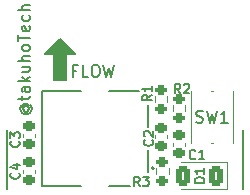
<source format=gto>
G04 #@! TF.GenerationSoftware,KiCad,Pcbnew,(6.0.9)*
G04 #@! TF.CreationDate,2023-04-01T11:22:45+09:00*
G04 #@! TF.ProjectId,MainBoard,4d61696e-426f-4617-9264-2e6b69636164,rev?*
G04 #@! TF.SameCoordinates,Original*
G04 #@! TF.FileFunction,Legend,Top*
G04 #@! TF.FilePolarity,Positive*
%FSLAX46Y46*%
G04 Gerber Fmt 4.6, Leading zero omitted, Abs format (unit mm)*
G04 Created by KiCad (PCBNEW (6.0.9)) date 2023-04-01 11:22:45*
%MOMM*%
%LPD*%
G01*
G04 APERTURE LIST*
G04 Aperture macros list*
%AMRoundRect*
0 Rectangle with rounded corners*
0 $1 Rounding radius*
0 $2 $3 $4 $5 $6 $7 $8 $9 X,Y pos of 4 corners*
0 Add a 4 corners polygon primitive as box body*
4,1,4,$2,$3,$4,$5,$6,$7,$8,$9,$2,$3,0*
0 Add four circle primitives for the rounded corners*
1,1,$1+$1,$2,$3*
1,1,$1+$1,$4,$5*
1,1,$1+$1,$6,$7*
1,1,$1+$1,$8,$9*
0 Add four rect primitives between the rounded corners*
20,1,$1+$1,$2,$3,$4,$5,0*
20,1,$1+$1,$4,$5,$6,$7,0*
20,1,$1+$1,$6,$7,$8,$9,0*
20,1,$1+$1,$8,$9,$2,$3,0*%
G04 Aperture macros list end*
%ADD10C,0.150000*%
%ADD11C,0.202000*%
%ADD12C,0.120000*%
%ADD13C,0.200000*%
%ADD14RoundRect,0.250000X0.375000X0.625000X-0.375000X0.625000X-0.375000X-0.625000X0.375000X-0.625000X0*%
%ADD15RoundRect,0.200000X0.275000X-0.200000X0.275000X0.200000X-0.275000X0.200000X-0.275000X-0.200000X0*%
%ADD16R,0.650000X1.050000*%
%ADD17C,2.200000*%
%ADD18RoundRect,0.225000X0.250000X-0.225000X0.250000X0.225000X-0.250000X0.225000X-0.250000X-0.225000X0*%
%ADD19RoundRect,0.225000X-0.250000X0.225000X-0.250000X-0.225000X0.250000X-0.225000X0.250000X0.225000X0*%
%ADD20R,1.800000X0.800000*%
%ADD21R,2.100000X0.800000*%
%ADD22R,2.000000X1.550000*%
G04 APERTURE END LIST*
D10*
X157040600Y-112220490D02*
X157040600Y-117220490D01*
G36*
X142790600Y-105720490D02*
G01*
X142040600Y-105720490D01*
X142040600Y-107970490D01*
X141040600Y-107970490D01*
X141040600Y-105720490D01*
X140290600Y-105720490D01*
X141540600Y-104470490D01*
X142790600Y-105720490D01*
G37*
X142790600Y-105720490D02*
X142040600Y-105720490D01*
X142040600Y-107970490D01*
X141040600Y-107970490D01*
X141040600Y-105720490D01*
X140290600Y-105720490D01*
X141540600Y-104470490D01*
X142790600Y-105720490D01*
D11*
X149478400Y-115428490D02*
G75*
G03*
X149478400Y-115428490I-101000J0D01*
G01*
D10*
X137040600Y-112220490D02*
X137040600Y-117220490D01*
X142933457Y-107149061D02*
X142600123Y-107149061D01*
X142600123Y-107672870D02*
X142600123Y-106672870D01*
X143076314Y-106672870D01*
X143933457Y-107672870D02*
X143457266Y-107672870D01*
X143457266Y-106672870D01*
X144457266Y-106672870D02*
X144647742Y-106672870D01*
X144742980Y-106720490D01*
X144838219Y-106815728D01*
X144885838Y-107006204D01*
X144885838Y-107339537D01*
X144838219Y-107530013D01*
X144742980Y-107625251D01*
X144647742Y-107672870D01*
X144457266Y-107672870D01*
X144362028Y-107625251D01*
X144266790Y-107530013D01*
X144219171Y-107339537D01*
X144219171Y-107006204D01*
X144266790Y-106815728D01*
X144362028Y-106720490D01*
X144457266Y-106672870D01*
X145219171Y-106672870D02*
X145457266Y-107672870D01*
X145647742Y-106958585D01*
X145838219Y-107672870D01*
X146076314Y-106672870D01*
X138516790Y-110196680D02*
X138469171Y-110244299D01*
X138421552Y-110339537D01*
X138421552Y-110434775D01*
X138469171Y-110530013D01*
X138516790Y-110577632D01*
X138612028Y-110625251D01*
X138707266Y-110625251D01*
X138802504Y-110577632D01*
X138850123Y-110530013D01*
X138897742Y-110434775D01*
X138897742Y-110339537D01*
X138850123Y-110244299D01*
X138802504Y-110196680D01*
X138421552Y-110196680D02*
X138802504Y-110196680D01*
X138850123Y-110149061D01*
X138850123Y-110101442D01*
X138802504Y-110006204D01*
X138707266Y-109958585D01*
X138469171Y-109958585D01*
X138326314Y-110053823D01*
X138231076Y-110196680D01*
X138183457Y-110387156D01*
X138231076Y-110577632D01*
X138326314Y-110720490D01*
X138469171Y-110815728D01*
X138659647Y-110863347D01*
X138850123Y-110815728D01*
X138992980Y-110720490D01*
X139088219Y-110577632D01*
X139135838Y-110387156D01*
X139088219Y-110196680D01*
X138992980Y-110053823D01*
X138326314Y-109672870D02*
X138326314Y-109291918D01*
X137992980Y-109530013D02*
X138850123Y-109530013D01*
X138945361Y-109482394D01*
X138992980Y-109387156D01*
X138992980Y-109291918D01*
X138992980Y-108530013D02*
X138469171Y-108530013D01*
X138373933Y-108577632D01*
X138326314Y-108672870D01*
X138326314Y-108863347D01*
X138373933Y-108958585D01*
X138945361Y-108530013D02*
X138992980Y-108625251D01*
X138992980Y-108863347D01*
X138945361Y-108958585D01*
X138850123Y-109006204D01*
X138754885Y-109006204D01*
X138659647Y-108958585D01*
X138612028Y-108863347D01*
X138612028Y-108625251D01*
X138564409Y-108530013D01*
X138992980Y-108053823D02*
X137992980Y-108053823D01*
X138612028Y-107958585D02*
X138992980Y-107672870D01*
X138326314Y-107672870D02*
X138707266Y-108053823D01*
X138326314Y-106815728D02*
X138992980Y-106815728D01*
X138326314Y-107244299D02*
X138850123Y-107244299D01*
X138945361Y-107196680D01*
X138992980Y-107101442D01*
X138992980Y-106958585D01*
X138945361Y-106863347D01*
X138897742Y-106815728D01*
X138992980Y-106339537D02*
X137992980Y-106339537D01*
X138992980Y-105910966D02*
X138469171Y-105910966D01*
X138373933Y-105958585D01*
X138326314Y-106053823D01*
X138326314Y-106196680D01*
X138373933Y-106291918D01*
X138421552Y-106339537D01*
X138992980Y-105291918D02*
X138945361Y-105387156D01*
X138897742Y-105434775D01*
X138802504Y-105482394D01*
X138516790Y-105482394D01*
X138421552Y-105434775D01*
X138373933Y-105387156D01*
X138326314Y-105291918D01*
X138326314Y-105149061D01*
X138373933Y-105053823D01*
X138421552Y-105006204D01*
X138516790Y-104958585D01*
X138802504Y-104958585D01*
X138897742Y-105006204D01*
X138945361Y-105053823D01*
X138992980Y-105149061D01*
X138992980Y-105291918D01*
X137992980Y-104672870D02*
X137992980Y-104101442D01*
X138992980Y-104387156D02*
X137992980Y-104387156D01*
X138945361Y-103387156D02*
X138992980Y-103482394D01*
X138992980Y-103672870D01*
X138945361Y-103768109D01*
X138850123Y-103815728D01*
X138469171Y-103815728D01*
X138373933Y-103768109D01*
X138326314Y-103672870D01*
X138326314Y-103482394D01*
X138373933Y-103387156D01*
X138469171Y-103339537D01*
X138564409Y-103339537D01*
X138659647Y-103815728D01*
X138945361Y-102482394D02*
X138992980Y-102577632D01*
X138992980Y-102768109D01*
X138945361Y-102863347D01*
X138897742Y-102910966D01*
X138802504Y-102958585D01*
X138516790Y-102958585D01*
X138421552Y-102910966D01*
X138373933Y-102863347D01*
X138326314Y-102768109D01*
X138326314Y-102577632D01*
X138373933Y-102482394D01*
X138992980Y-102053823D02*
X137992980Y-102053823D01*
X138992980Y-101625251D02*
X138469171Y-101625251D01*
X138373933Y-101672870D01*
X138326314Y-101768109D01*
X138326314Y-101910966D01*
X138373933Y-102006204D01*
X138421552Y-102053823D01*
X153752504Y-116653966D02*
X152952504Y-116653966D01*
X152952504Y-116463490D01*
X152990600Y-116349204D01*
X153066790Y-116273013D01*
X153142980Y-116234918D01*
X153295361Y-116196823D01*
X153409647Y-116196823D01*
X153562028Y-116234918D01*
X153638219Y-116273013D01*
X153714409Y-116349204D01*
X153752504Y-116463490D01*
X153752504Y-116653966D01*
X153752504Y-115434918D02*
X153752504Y-115892061D01*
X153752504Y-115663490D02*
X152952504Y-115663490D01*
X153066790Y-115739680D01*
X153142980Y-115815870D01*
X153181076Y-115892061D01*
X148304266Y-116933394D02*
X148037600Y-116552442D01*
X147847123Y-116933394D02*
X147847123Y-116133394D01*
X148151885Y-116133394D01*
X148228076Y-116171490D01*
X148266171Y-116209585D01*
X148304266Y-116285775D01*
X148304266Y-116400061D01*
X148266171Y-116476251D01*
X148228076Y-116514347D01*
X148151885Y-116552442D01*
X147847123Y-116552442D01*
X148570933Y-116133394D02*
X149066171Y-116133394D01*
X148799504Y-116438156D01*
X148913790Y-116438156D01*
X148989980Y-116476251D01*
X149028076Y-116514347D01*
X149066171Y-116590537D01*
X149066171Y-116781013D01*
X149028076Y-116857204D01*
X148989980Y-116895299D01*
X148913790Y-116933394D01*
X148685219Y-116933394D01*
X148609028Y-116895299D01*
X148570933Y-116857204D01*
X153073266Y-111515251D02*
X153216123Y-111562870D01*
X153454219Y-111562870D01*
X153549457Y-111515251D01*
X153597076Y-111467632D01*
X153644695Y-111372394D01*
X153644695Y-111277156D01*
X153597076Y-111181918D01*
X153549457Y-111134299D01*
X153454219Y-111086680D01*
X153263742Y-111039061D01*
X153168504Y-110991442D01*
X153120885Y-110943823D01*
X153073266Y-110848585D01*
X153073266Y-110753347D01*
X153120885Y-110658109D01*
X153168504Y-110610490D01*
X153263742Y-110562870D01*
X153501838Y-110562870D01*
X153644695Y-110610490D01*
X153978028Y-110562870D02*
X154216123Y-111562870D01*
X154406600Y-110848585D01*
X154597076Y-111562870D01*
X154835171Y-110562870D01*
X155739933Y-111562870D02*
X155168504Y-111562870D01*
X155454219Y-111562870D02*
X155454219Y-110562870D01*
X155358980Y-110705728D01*
X155263742Y-110800966D01*
X155168504Y-110848585D01*
X138055314Y-113148823D02*
X138093409Y-113186918D01*
X138131504Y-113301204D01*
X138131504Y-113377394D01*
X138093409Y-113491680D01*
X138017219Y-113567870D01*
X137941028Y-113605966D01*
X137788647Y-113644061D01*
X137674361Y-113644061D01*
X137521980Y-113605966D01*
X137445790Y-113567870D01*
X137369600Y-113491680D01*
X137331504Y-113377394D01*
X137331504Y-113301204D01*
X137369600Y-113186918D01*
X137407695Y-113148823D01*
X137331504Y-112882156D02*
X137331504Y-112386918D01*
X137636266Y-112653585D01*
X137636266Y-112539299D01*
X137674361Y-112463109D01*
X137712457Y-112425013D01*
X137788647Y-112386918D01*
X137979123Y-112386918D01*
X138055314Y-112425013D01*
X138093409Y-112463109D01*
X138131504Y-112539299D01*
X138131504Y-112767870D01*
X138093409Y-112844061D01*
X138055314Y-112882156D01*
X138055314Y-115815823D02*
X138093409Y-115853918D01*
X138131504Y-115968204D01*
X138131504Y-116044394D01*
X138093409Y-116158680D01*
X138017219Y-116234870D01*
X137941028Y-116272966D01*
X137788647Y-116311061D01*
X137674361Y-116311061D01*
X137521980Y-116272966D01*
X137445790Y-116234870D01*
X137369600Y-116158680D01*
X137331504Y-116044394D01*
X137331504Y-115968204D01*
X137369600Y-115853918D01*
X137407695Y-115815823D01*
X137598171Y-115130109D02*
X138131504Y-115130109D01*
X137293409Y-115320585D02*
X137864838Y-115511061D01*
X137864838Y-115015823D01*
X149358314Y-113021823D02*
X149396409Y-113059918D01*
X149434504Y-113174204D01*
X149434504Y-113250394D01*
X149396409Y-113364680D01*
X149320219Y-113440870D01*
X149244028Y-113478966D01*
X149091647Y-113517061D01*
X148977361Y-113517061D01*
X148824980Y-113478966D01*
X148748790Y-113440870D01*
X148672600Y-113364680D01*
X148634504Y-113250394D01*
X148634504Y-113174204D01*
X148672600Y-113059918D01*
X148710695Y-113021823D01*
X148710695Y-112717061D02*
X148672600Y-112678966D01*
X148634504Y-112602775D01*
X148634504Y-112412299D01*
X148672600Y-112336109D01*
X148710695Y-112298013D01*
X148786885Y-112259918D01*
X148863076Y-112259918D01*
X148977361Y-112298013D01*
X149434504Y-112755156D01*
X149434504Y-112259918D01*
X151733266Y-109059394D02*
X151466600Y-108678442D01*
X151276123Y-109059394D02*
X151276123Y-108259394D01*
X151580885Y-108259394D01*
X151657076Y-108297490D01*
X151695171Y-108335585D01*
X151733266Y-108411775D01*
X151733266Y-108526061D01*
X151695171Y-108602251D01*
X151657076Y-108640347D01*
X151580885Y-108678442D01*
X151276123Y-108678442D01*
X152038028Y-108335585D02*
X152076123Y-108297490D01*
X152152314Y-108259394D01*
X152342790Y-108259394D01*
X152418980Y-108297490D01*
X152457076Y-108335585D01*
X152495171Y-108411775D01*
X152495171Y-108487966D01*
X152457076Y-108602251D01*
X151999933Y-109059394D01*
X152495171Y-109059394D01*
X153003266Y-114571204D02*
X152965171Y-114609299D01*
X152850885Y-114647394D01*
X152774695Y-114647394D01*
X152660409Y-114609299D01*
X152584219Y-114533109D01*
X152546123Y-114456918D01*
X152508028Y-114304537D01*
X152508028Y-114190251D01*
X152546123Y-114037870D01*
X152584219Y-113961680D01*
X152660409Y-113885490D01*
X152774695Y-113847394D01*
X152850885Y-113847394D01*
X152965171Y-113885490D01*
X153003266Y-113923585D01*
X153765171Y-114647394D02*
X153308028Y-114647394D01*
X153536600Y-114647394D02*
X153536600Y-113847394D01*
X153460409Y-113961680D01*
X153384219Y-114037870D01*
X153308028Y-114075966D01*
X149307504Y-109211823D02*
X148926552Y-109478490D01*
X149307504Y-109668966D02*
X148507504Y-109668966D01*
X148507504Y-109364204D01*
X148545600Y-109288013D01*
X148583695Y-109249918D01*
X148659885Y-109211823D01*
X148774171Y-109211823D01*
X148850361Y-109249918D01*
X148888457Y-109288013D01*
X148926552Y-109364204D01*
X148926552Y-109668966D01*
X149307504Y-108449918D02*
X149307504Y-108907061D01*
X149307504Y-108678490D02*
X148507504Y-108678490D01*
X148621790Y-108754680D01*
X148697980Y-108830870D01*
X148736076Y-108907061D01*
D12*
X155675600Y-117198490D02*
X155675600Y-114928490D01*
X151790600Y-117198490D02*
X155675600Y-117198490D01*
X155675600Y-114928490D02*
X151790600Y-114928490D01*
X150738100Y-115919748D02*
X150738100Y-115445232D01*
X149693100Y-115919748D02*
X149693100Y-115445232D01*
X156156600Y-113310490D02*
X156156600Y-108910490D01*
X152656600Y-108910490D02*
X152656600Y-113310490D01*
X154356600Y-108910490D02*
X154456600Y-108910490D01*
X154356600Y-113310490D02*
X154456600Y-113310490D01*
X138402600Y-112775070D02*
X138402600Y-112493910D01*
X139422600Y-112775070D02*
X139422600Y-112493910D01*
X139422600Y-115541910D02*
X139422600Y-115823070D01*
X138402600Y-115541910D02*
X138402600Y-115823070D01*
X150598600Y-112902070D02*
X150598600Y-112620910D01*
X149578600Y-112902070D02*
X149578600Y-112620910D01*
X151090100Y-110585748D02*
X151090100Y-110111232D01*
X152135100Y-110585748D02*
X152135100Y-110111232D01*
X151102600Y-113537070D02*
X151102600Y-113255910D01*
X152122600Y-113537070D02*
X152122600Y-113255910D01*
D13*
X145700600Y-116888490D02*
X147476600Y-116888490D01*
X149000600Y-115745490D02*
X149000600Y-113840490D01*
X148238600Y-108888490D02*
X145700600Y-108888490D01*
X140000600Y-116888490D02*
X143300600Y-116888490D01*
X149000600Y-111936490D02*
X149000600Y-110030490D01*
X143300600Y-108888490D02*
X140000600Y-108888490D01*
X140000600Y-108888490D02*
X140000600Y-116888490D01*
D12*
X149566100Y-109823748D02*
X149566100Y-109349232D01*
X150611100Y-109823748D02*
X150611100Y-109349232D01*
%LPC*%
D14*
X154790600Y-116063490D03*
X151990600Y-116063490D03*
D15*
X150215600Y-116507490D03*
X150215600Y-114857490D03*
D16*
X155481600Y-109035490D03*
X155481600Y-113185490D03*
X153331600Y-113160490D03*
X153331600Y-109035490D03*
D17*
X158540600Y-115220490D03*
D18*
X138912600Y-113409490D03*
X138912600Y-111859490D03*
D19*
X138912600Y-114907490D03*
X138912600Y-116457490D03*
D18*
X150088600Y-113536490D03*
X150088600Y-111986490D03*
D15*
X151612600Y-111173490D03*
X151612600Y-109523490D03*
D17*
X135540600Y-115220490D03*
D18*
X151612600Y-114171490D03*
X151612600Y-112621490D03*
D20*
X147700600Y-115428490D03*
X147700600Y-114158490D03*
D21*
X147550600Y-112888490D03*
D20*
X147700600Y-111618490D03*
X147700600Y-110348490D03*
X141300600Y-110348490D03*
X141300600Y-111618490D03*
X141300600Y-112888490D03*
X141300600Y-114158490D03*
X141300600Y-115428490D03*
D22*
X144500600Y-116113490D03*
X144500600Y-109663490D03*
D15*
X150088600Y-110411490D03*
X150088600Y-108761490D03*
M02*

</source>
